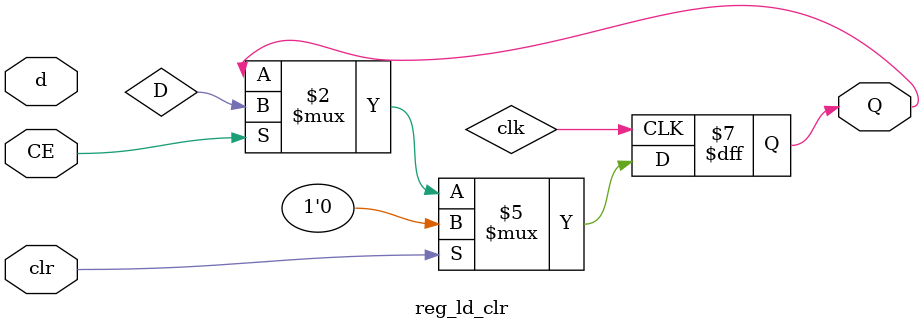
<source format=sv>

module reg_ld_clr (
    input logic d,
    input logic clr,
    input logic CE,
    output logic Q
);

always_ff @(posedge clk) begin
    if (clr)
        Q <= 0;
    else if (CE)
        Q <= D;
end

endmodule

</source>
